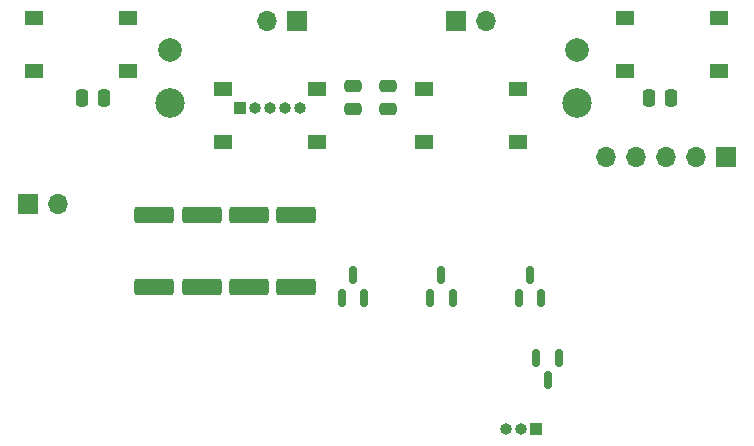
<source format=gts>
G04 #@! TF.GenerationSoftware,KiCad,Pcbnew,7.0.6*
G04 #@! TF.CreationDate,2023-08-15T03:17:02+01:00*
G04 #@! TF.ProjectId,GalaxyModPCB,47616c61-7879-44d6-9f64-5043422e6b69,rev?*
G04 #@! TF.SameCoordinates,Original*
G04 #@! TF.FileFunction,Soldermask,Top*
G04 #@! TF.FilePolarity,Negative*
%FSLAX46Y46*%
G04 Gerber Fmt 4.6, Leading zero omitted, Abs format (unit mm)*
G04 Created by KiCad (PCBNEW 7.0.6) date 2023-08-15 03:17:02*
%MOMM*%
%LPD*%
G01*
G04 APERTURE LIST*
G04 Aperture macros list*
%AMRoundRect*
0 Rectangle with rounded corners*
0 $1 Rounding radius*
0 $2 $3 $4 $5 $6 $7 $8 $9 X,Y pos of 4 corners*
0 Add a 4 corners polygon primitive as box body*
4,1,4,$2,$3,$4,$5,$6,$7,$8,$9,$2,$3,0*
0 Add four circle primitives for the rounded corners*
1,1,$1+$1,$2,$3*
1,1,$1+$1,$4,$5*
1,1,$1+$1,$6,$7*
1,1,$1+$1,$8,$9*
0 Add four rect primitives between the rounded corners*
20,1,$1+$1,$2,$3,$4,$5,0*
20,1,$1+$1,$4,$5,$6,$7,0*
20,1,$1+$1,$6,$7,$8,$9,0*
20,1,$1+$1,$8,$9,$2,$3,0*%
G04 Aperture macros list end*
%ADD10RoundRect,0.250000X0.250000X0.475000X-0.250000X0.475000X-0.250000X-0.475000X0.250000X-0.475000X0*%
%ADD11RoundRect,0.250000X0.475000X-0.250000X0.475000X0.250000X-0.475000X0.250000X-0.475000X-0.250000X0*%
%ADD12C,2.500000*%
%ADD13R,1.550000X1.300000*%
%ADD14RoundRect,0.150000X-0.150000X0.587500X-0.150000X-0.587500X0.150000X-0.587500X0.150000X0.587500X0*%
%ADD15RoundRect,0.249999X-1.425001X0.450001X-1.425001X-0.450001X1.425001X-0.450001X1.425001X0.450001X0*%
%ADD16RoundRect,0.150000X0.150000X-0.587500X0.150000X0.587500X-0.150000X0.587500X-0.150000X-0.587500X0*%
%ADD17C,2.000000*%
%ADD18RoundRect,0.250000X-0.250000X-0.475000X0.250000X-0.475000X0.250000X0.475000X-0.250000X0.475000X0*%
%ADD19R,1.000000X1.000000*%
%ADD20O,1.000000X1.000000*%
%ADD21R,1.700000X1.700000*%
%ADD22O,1.700000X1.700000*%
G04 APERTURE END LIST*
D10*
X118950000Y-59500000D03*
X117050000Y-59500000D03*
D11*
X143000000Y-60450000D03*
X143000000Y-58550000D03*
D12*
X124500000Y-60000000D03*
D13*
X153975000Y-63250000D03*
X146025000Y-63250000D03*
X153975000Y-58750000D03*
X146025000Y-58750000D03*
D14*
X157450000Y-81562500D03*
X155550000Y-81562500D03*
X156500000Y-83437500D03*
D15*
X131200000Y-69450000D03*
X131200000Y-75550000D03*
D16*
X154050000Y-76437500D03*
X155950000Y-76437500D03*
X155000000Y-74562500D03*
D11*
X140000000Y-60450000D03*
X140000000Y-58550000D03*
D13*
X170975000Y-57250000D03*
X163025000Y-57250000D03*
X170975000Y-52750000D03*
X163025000Y-52750000D03*
D16*
X139050000Y-76437500D03*
X140950000Y-76437500D03*
X140000000Y-74562500D03*
X146550000Y-76437500D03*
X148450000Y-76437500D03*
X147500000Y-74562500D03*
D17*
X159000000Y-55500000D03*
D13*
X120975000Y-57250000D03*
X113025000Y-57250000D03*
X120975000Y-52750000D03*
X113025000Y-52750000D03*
D12*
X159000000Y-60000000D03*
D17*
X124500000Y-55500000D03*
D15*
X127200000Y-69450000D03*
X127200000Y-75550000D03*
X135200000Y-69450000D03*
X135200000Y-75550000D03*
X123200000Y-69450000D03*
X123200000Y-75550000D03*
D13*
X136975000Y-63250000D03*
X129025000Y-63250000D03*
X136975000Y-58750000D03*
X129025000Y-58750000D03*
D18*
X165050000Y-59500000D03*
X166950000Y-59500000D03*
D19*
X130460000Y-60400000D03*
D20*
X131730000Y-60400000D03*
X133000000Y-60400000D03*
X134270000Y-60400000D03*
X135540000Y-60400000D03*
D21*
X112500000Y-68500000D03*
D22*
X115040000Y-68500000D03*
D21*
X148725000Y-53000000D03*
D22*
X151265000Y-53000000D03*
D19*
X155500000Y-87600000D03*
D20*
X154230000Y-87600000D03*
X152960000Y-87600000D03*
D21*
X171575000Y-64500000D03*
D22*
X169035000Y-64500000D03*
X166495000Y-64500000D03*
X163955000Y-64500000D03*
X161415000Y-64500000D03*
D21*
X135275000Y-53000000D03*
D22*
X132735000Y-53000000D03*
M02*

</source>
